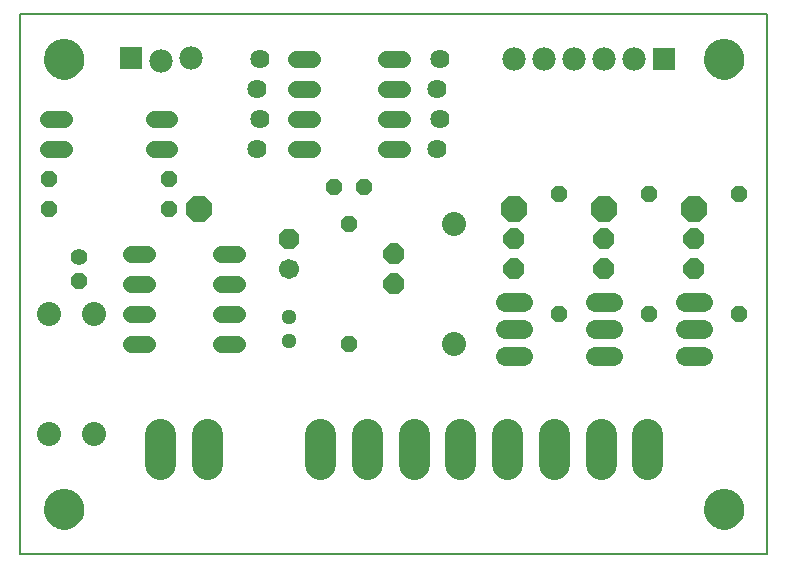
<source format=gts>
G75*
G70*
%OFA0B0*%
%FSLAX24Y24*%
%IPPOS*%
%LPD*%
%AMOC8*
5,1,8,0,0,1.08239X$1,22.5*
%
%ADD10C,0.0080*%
%ADD11C,0.0640*%
%ADD12C,0.0000*%
%ADD13C,0.1340*%
%ADD14OC8,0.0560*%
%ADD15C,0.0560*%
%ADD16OC8,0.0670*%
%ADD17C,0.0670*%
%ADD18OC8,0.0700*%
%ADD19C,0.0560*%
%ADD20C,0.0512*%
%ADD21C,0.0800*%
%ADD22R,0.0780X0.0780*%
%ADD23C,0.0780*%
%ADD24C,0.0640*%
%ADD25OC8,0.0890*%
%ADD26C,0.1044*%
D10*
X006371Y004935D02*
X006371Y022931D01*
X031271Y022931D01*
X031271Y004935D01*
X006371Y004935D01*
D11*
X022531Y011535D02*
X023131Y011535D01*
X023131Y012435D02*
X022531Y012435D01*
X022531Y013335D02*
X023131Y013335D01*
X025531Y013335D02*
X026131Y013335D01*
X026131Y012435D02*
X025531Y012435D01*
X025531Y011535D02*
X026131Y011535D01*
X028531Y011535D02*
X029131Y011535D01*
X029131Y012435D02*
X028531Y012435D01*
X028531Y013335D02*
X029131Y013335D01*
D12*
X029181Y006435D02*
X029183Y006485D01*
X029189Y006535D01*
X029199Y006585D01*
X029212Y006633D01*
X029229Y006681D01*
X029250Y006727D01*
X029274Y006771D01*
X029302Y006813D01*
X029333Y006853D01*
X029367Y006890D01*
X029404Y006925D01*
X029443Y006956D01*
X029484Y006985D01*
X029528Y007010D01*
X029574Y007032D01*
X029621Y007050D01*
X029669Y007064D01*
X029718Y007075D01*
X029768Y007082D01*
X029818Y007085D01*
X029869Y007084D01*
X029919Y007079D01*
X029969Y007070D01*
X030017Y007058D01*
X030065Y007041D01*
X030111Y007021D01*
X030156Y006998D01*
X030199Y006971D01*
X030239Y006941D01*
X030277Y006908D01*
X030312Y006872D01*
X030345Y006833D01*
X030374Y006792D01*
X030400Y006749D01*
X030423Y006704D01*
X030442Y006657D01*
X030457Y006609D01*
X030469Y006560D01*
X030477Y006510D01*
X030481Y006460D01*
X030481Y006410D01*
X030477Y006360D01*
X030469Y006310D01*
X030457Y006261D01*
X030442Y006213D01*
X030423Y006166D01*
X030400Y006121D01*
X030374Y006078D01*
X030345Y006037D01*
X030312Y005998D01*
X030277Y005962D01*
X030239Y005929D01*
X030199Y005899D01*
X030156Y005872D01*
X030111Y005849D01*
X030065Y005829D01*
X030017Y005812D01*
X029969Y005800D01*
X029919Y005791D01*
X029869Y005786D01*
X029818Y005785D01*
X029768Y005788D01*
X029718Y005795D01*
X029669Y005806D01*
X029621Y005820D01*
X029574Y005838D01*
X029528Y005860D01*
X029484Y005885D01*
X029443Y005914D01*
X029404Y005945D01*
X029367Y005980D01*
X029333Y006017D01*
X029302Y006057D01*
X029274Y006099D01*
X029250Y006143D01*
X029229Y006189D01*
X029212Y006237D01*
X029199Y006285D01*
X029189Y006335D01*
X029183Y006385D01*
X029181Y006435D01*
X029181Y021435D02*
X029183Y021485D01*
X029189Y021535D01*
X029199Y021585D01*
X029212Y021633D01*
X029229Y021681D01*
X029250Y021727D01*
X029274Y021771D01*
X029302Y021813D01*
X029333Y021853D01*
X029367Y021890D01*
X029404Y021925D01*
X029443Y021956D01*
X029484Y021985D01*
X029528Y022010D01*
X029574Y022032D01*
X029621Y022050D01*
X029669Y022064D01*
X029718Y022075D01*
X029768Y022082D01*
X029818Y022085D01*
X029869Y022084D01*
X029919Y022079D01*
X029969Y022070D01*
X030017Y022058D01*
X030065Y022041D01*
X030111Y022021D01*
X030156Y021998D01*
X030199Y021971D01*
X030239Y021941D01*
X030277Y021908D01*
X030312Y021872D01*
X030345Y021833D01*
X030374Y021792D01*
X030400Y021749D01*
X030423Y021704D01*
X030442Y021657D01*
X030457Y021609D01*
X030469Y021560D01*
X030477Y021510D01*
X030481Y021460D01*
X030481Y021410D01*
X030477Y021360D01*
X030469Y021310D01*
X030457Y021261D01*
X030442Y021213D01*
X030423Y021166D01*
X030400Y021121D01*
X030374Y021078D01*
X030345Y021037D01*
X030312Y020998D01*
X030277Y020962D01*
X030239Y020929D01*
X030199Y020899D01*
X030156Y020872D01*
X030111Y020849D01*
X030065Y020829D01*
X030017Y020812D01*
X029969Y020800D01*
X029919Y020791D01*
X029869Y020786D01*
X029818Y020785D01*
X029768Y020788D01*
X029718Y020795D01*
X029669Y020806D01*
X029621Y020820D01*
X029574Y020838D01*
X029528Y020860D01*
X029484Y020885D01*
X029443Y020914D01*
X029404Y020945D01*
X029367Y020980D01*
X029333Y021017D01*
X029302Y021057D01*
X029274Y021099D01*
X029250Y021143D01*
X029229Y021189D01*
X029212Y021237D01*
X029199Y021285D01*
X029189Y021335D01*
X029183Y021385D01*
X029181Y021435D01*
X007181Y021435D02*
X007183Y021485D01*
X007189Y021535D01*
X007199Y021585D01*
X007212Y021633D01*
X007229Y021681D01*
X007250Y021727D01*
X007274Y021771D01*
X007302Y021813D01*
X007333Y021853D01*
X007367Y021890D01*
X007404Y021925D01*
X007443Y021956D01*
X007484Y021985D01*
X007528Y022010D01*
X007574Y022032D01*
X007621Y022050D01*
X007669Y022064D01*
X007718Y022075D01*
X007768Y022082D01*
X007818Y022085D01*
X007869Y022084D01*
X007919Y022079D01*
X007969Y022070D01*
X008017Y022058D01*
X008065Y022041D01*
X008111Y022021D01*
X008156Y021998D01*
X008199Y021971D01*
X008239Y021941D01*
X008277Y021908D01*
X008312Y021872D01*
X008345Y021833D01*
X008374Y021792D01*
X008400Y021749D01*
X008423Y021704D01*
X008442Y021657D01*
X008457Y021609D01*
X008469Y021560D01*
X008477Y021510D01*
X008481Y021460D01*
X008481Y021410D01*
X008477Y021360D01*
X008469Y021310D01*
X008457Y021261D01*
X008442Y021213D01*
X008423Y021166D01*
X008400Y021121D01*
X008374Y021078D01*
X008345Y021037D01*
X008312Y020998D01*
X008277Y020962D01*
X008239Y020929D01*
X008199Y020899D01*
X008156Y020872D01*
X008111Y020849D01*
X008065Y020829D01*
X008017Y020812D01*
X007969Y020800D01*
X007919Y020791D01*
X007869Y020786D01*
X007818Y020785D01*
X007768Y020788D01*
X007718Y020795D01*
X007669Y020806D01*
X007621Y020820D01*
X007574Y020838D01*
X007528Y020860D01*
X007484Y020885D01*
X007443Y020914D01*
X007404Y020945D01*
X007367Y020980D01*
X007333Y021017D01*
X007302Y021057D01*
X007274Y021099D01*
X007250Y021143D01*
X007229Y021189D01*
X007212Y021237D01*
X007199Y021285D01*
X007189Y021335D01*
X007183Y021385D01*
X007181Y021435D01*
X007181Y006435D02*
X007183Y006485D01*
X007189Y006535D01*
X007199Y006585D01*
X007212Y006633D01*
X007229Y006681D01*
X007250Y006727D01*
X007274Y006771D01*
X007302Y006813D01*
X007333Y006853D01*
X007367Y006890D01*
X007404Y006925D01*
X007443Y006956D01*
X007484Y006985D01*
X007528Y007010D01*
X007574Y007032D01*
X007621Y007050D01*
X007669Y007064D01*
X007718Y007075D01*
X007768Y007082D01*
X007818Y007085D01*
X007869Y007084D01*
X007919Y007079D01*
X007969Y007070D01*
X008017Y007058D01*
X008065Y007041D01*
X008111Y007021D01*
X008156Y006998D01*
X008199Y006971D01*
X008239Y006941D01*
X008277Y006908D01*
X008312Y006872D01*
X008345Y006833D01*
X008374Y006792D01*
X008400Y006749D01*
X008423Y006704D01*
X008442Y006657D01*
X008457Y006609D01*
X008469Y006560D01*
X008477Y006510D01*
X008481Y006460D01*
X008481Y006410D01*
X008477Y006360D01*
X008469Y006310D01*
X008457Y006261D01*
X008442Y006213D01*
X008423Y006166D01*
X008400Y006121D01*
X008374Y006078D01*
X008345Y006037D01*
X008312Y005998D01*
X008277Y005962D01*
X008239Y005929D01*
X008199Y005899D01*
X008156Y005872D01*
X008111Y005849D01*
X008065Y005829D01*
X008017Y005812D01*
X007969Y005800D01*
X007919Y005791D01*
X007869Y005786D01*
X007818Y005785D01*
X007768Y005788D01*
X007718Y005795D01*
X007669Y005806D01*
X007621Y005820D01*
X007574Y005838D01*
X007528Y005860D01*
X007484Y005885D01*
X007443Y005914D01*
X007404Y005945D01*
X007367Y005980D01*
X007333Y006017D01*
X007302Y006057D01*
X007274Y006099D01*
X007250Y006143D01*
X007229Y006189D01*
X007212Y006237D01*
X007199Y006285D01*
X007189Y006335D01*
X007183Y006385D01*
X007181Y006435D01*
D13*
X007831Y006435D03*
X007831Y021435D03*
X029831Y021435D03*
X029831Y006435D03*
D14*
X030331Y012935D03*
X027331Y012935D03*
X024331Y012935D03*
X024331Y016935D03*
X027331Y016935D03*
X030331Y016935D03*
X017831Y017185D03*
X016831Y017185D03*
X017331Y015935D03*
X017331Y011935D03*
X011331Y016435D03*
X011331Y017435D03*
X008331Y014035D03*
X007331Y016435D03*
X007331Y017435D03*
D15*
X008331Y014835D03*
D16*
X015331Y015435D03*
D17*
X015331Y014435D03*
D18*
X018831Y013935D03*
X018831Y014935D03*
X022831Y014435D03*
X022831Y015435D03*
X025831Y015435D03*
X025831Y014435D03*
X028831Y014435D03*
X028831Y015435D03*
D19*
X019091Y018435D02*
X018571Y018435D01*
X018571Y019435D02*
X019091Y019435D01*
X019091Y020435D02*
X018571Y020435D01*
X018571Y021435D02*
X019091Y021435D01*
X016091Y021435D02*
X015571Y021435D01*
X015571Y020435D02*
X016091Y020435D01*
X016091Y019435D02*
X015571Y019435D01*
X015571Y018435D02*
X016091Y018435D01*
X013591Y014935D02*
X013071Y014935D01*
X013071Y013935D02*
X013591Y013935D01*
X013591Y012935D02*
X013071Y012935D01*
X013071Y011935D02*
X013591Y011935D01*
X010591Y011935D02*
X010071Y011935D01*
X010071Y012935D02*
X010591Y012935D01*
X010591Y013935D02*
X010071Y013935D01*
X010071Y014935D02*
X010591Y014935D01*
X010831Y018435D02*
X011351Y018435D01*
X011351Y019435D02*
X010831Y019435D01*
X007831Y019435D02*
X007311Y019435D01*
X007311Y018435D02*
X007831Y018435D01*
D20*
X015331Y012829D03*
X015331Y012041D03*
D21*
X020831Y011935D03*
X020831Y015935D03*
X008831Y012935D03*
X007331Y012935D03*
X007331Y008935D03*
X008831Y008935D03*
D22*
X010081Y021485D03*
X027831Y021435D03*
D23*
X026831Y021435D03*
X025831Y021435D03*
X024831Y021435D03*
X023831Y021435D03*
X022831Y021435D03*
X012081Y021485D03*
X011081Y021385D03*
D24*
X014381Y021435D03*
X014281Y020435D03*
X014381Y019435D03*
X014281Y018435D03*
X020281Y018435D03*
X020381Y019435D03*
X020281Y020435D03*
X020381Y021435D03*
D25*
X022831Y016435D03*
X025831Y016435D03*
X028831Y016435D03*
X012331Y016435D03*
D26*
X012610Y008937D02*
X012610Y007933D01*
X011051Y007933D02*
X011051Y008937D01*
X016374Y008937D02*
X016374Y007933D01*
X017933Y007933D02*
X017933Y008937D01*
X019492Y008937D02*
X019492Y007933D01*
X021051Y007933D02*
X021051Y008937D01*
X022610Y008937D02*
X022610Y007933D01*
X024170Y007933D02*
X024170Y008937D01*
X025729Y008937D02*
X025729Y007933D01*
X027288Y007933D02*
X027288Y008937D01*
M02*

</source>
